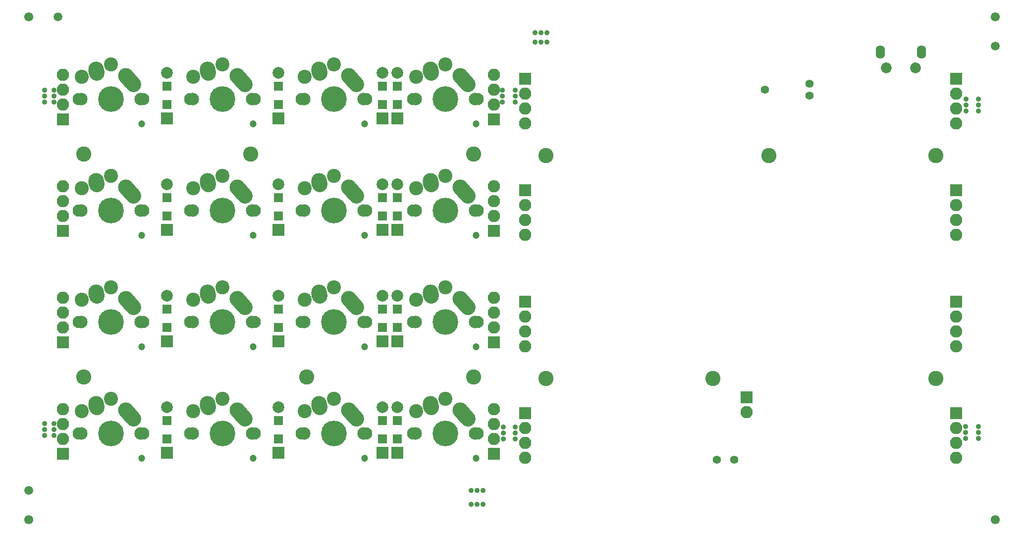
<source format=gbr>
G04 #@! TF.GenerationSoftware,KiCad,Pcbnew,(5.0.0)*
G04 #@! TF.CreationDate,2020-05-30T21:49:34-06:00*
G04 #@! TF.ProjectId,panel,70616E656C2E6B696361645F70636200,rev?*
G04 #@! TF.SameCoordinates,Original*
G04 #@! TF.FileFunction,Soldermask,Bot*
G04 #@! TF.FilePolarity,Negative*
%FSLAX46Y46*%
G04 Gerber Fmt 4.6, Leading zero omitted, Abs format (unit mm)*
G04 Created by KiCad (PCBNEW (5.0.0)) date 05/30/20 21:49:34*
%MOMM*%
%LPD*%
G01*
G04 APERTURE LIST*
%ADD10C,0.908000*%
%ADD11C,1.552000*%
%ADD12C,1.500000*%
%ADD13C,1.200000*%
%ADD14C,2.100000*%
%ADD15C,2.400000*%
%ADD16C,2.150000*%
%ADD17C,2.650000*%
%ADD18C,4.387800*%
%ADD19C,2.650000*%
%ADD20C,2.000000*%
%ADD21R,2.000000X2.000000*%
%ADD22R,1.600000X1.600000*%
%ADD23R,2.100000X2.100000*%
%ADD24O,2.100000X2.100000*%
%ADD25C,2.600000*%
%ADD26C,1.400000*%
%ADD27C,1.850000*%
%ADD28O,1.600000X2.300000*%
%ADD29C,1.390600*%
G04 APERTURE END LIST*
D10*
G04 #@! TO.C,REF\002A\002A*
X114100000Y-115800004D03*
X115116000Y-115800004D03*
X113084000Y-115800004D03*
G04 #@! TD*
G04 #@! TO.C,REF\002A\002A*
X115132000Y-113400000D03*
X113100000Y-113400000D03*
X114116000Y-113400000D03*
G04 #@! TD*
G04 #@! TO.C,REF\002A\002A*
X123984000Y-36800000D03*
X126016000Y-36800000D03*
X125000000Y-36800000D03*
G04 #@! TD*
G04 #@! TO.C,REF\002A\002A*
X125000000Y-35200000D03*
X123984000Y-35200000D03*
X126016000Y-35200000D03*
G04 #@! TD*
G04 #@! TO.C,REF\002A\002A*
X120598000Y-103600000D03*
X120598000Y-102584000D03*
X120598000Y-104616000D03*
G04 #@! TD*
G04 #@! TO.C,REF\002A\002A*
X118566000Y-102584000D03*
X118566000Y-104616000D03*
X118566000Y-103600000D03*
G04 #@! TD*
G04 #@! TO.C,REF\002A\002A*
X120598000Y-47018000D03*
X120598000Y-44986000D03*
X120598000Y-46002000D03*
G04 #@! TD*
G04 #@! TO.C,REF\002A\002A*
X118439000Y-46000000D03*
X118439000Y-47016000D03*
X118439000Y-44984000D03*
G04 #@! TD*
G04 #@! TO.C,REF\002A\002A*
X197633000Y-47500000D03*
X197633000Y-48516000D03*
X197633000Y-46484000D03*
G04 #@! TD*
G04 #@! TO.C,REF\002A\002A*
X197560000Y-102484000D03*
X197560000Y-104516000D03*
X197560000Y-103500000D03*
G04 #@! TD*
G04 #@! TO.C,REF\002A\002A*
X41800000Y-104016000D03*
X41800000Y-101984000D03*
X41800000Y-103000000D03*
G04 #@! TD*
G04 #@! TO.C,REF\002A\002A*
X41800000Y-46000000D03*
X41800000Y-44984000D03*
X41800000Y-47016000D03*
G04 #@! TD*
G04 #@! TO.C,REF\002A\002A*
X199800000Y-103500000D03*
X199800000Y-102484000D03*
X199800000Y-104516000D03*
G04 #@! TD*
G04 #@! TO.C,REF\002A\002A*
X199800000Y-48516000D03*
X199800000Y-46484000D03*
X199800000Y-47500000D03*
G04 #@! TD*
G04 #@! TO.C,REF\002A\002A*
X40200000Y-103000000D03*
X40200000Y-104016000D03*
X40200000Y-101984000D03*
G04 #@! TD*
D11*
G04 #@! TO.C,Ref\002A\002A*
X202640000Y-32500000D03*
G04 #@! TD*
G04 #@! TO.C,Ref\002A\002A*
X202640000Y-118400000D03*
G04 #@! TD*
G04 #@! TO.C,Ref\002A\002A*
X37500000Y-118400000D03*
G04 #@! TD*
D12*
G04 #@! TO.C,REF\002A\002A*
X37500000Y-113400000D03*
G04 #@! TD*
G04 #@! TO.C,REF\002A\002A*
X202640000Y-37500000D03*
G04 #@! TD*
G04 #@! TO.C,REF\002A\002A*
X42500000Y-32500000D03*
G04 #@! TD*
D11*
G04 #@! TO.C,Ref\002A\002A*
X37500000Y-32500000D03*
G04 #@! TD*
D10*
G04 #@! TO.C,REF\002A\002A*
X40200000Y-44984000D03*
X40200000Y-47016000D03*
X40200000Y-46000000D03*
G04 #@! TD*
D13*
G04 #@! TO.C,S16*
X113895000Y-50725000D03*
D14*
X103175000Y-46525000D03*
X114175000Y-46525000D03*
D15*
X108675000Y-40625000D03*
X103675000Y-42725000D03*
D16*
X103595000Y-46525000D03*
X113755000Y-46525000D03*
D17*
X111175000Y-42525000D03*
D18*
X108675000Y-46525000D03*
D17*
X111830005Y-43254996D03*
D19*
X112485000Y-43985000D02*
X111175010Y-42524992D01*
D17*
X106135000Y-41445000D03*
X106155229Y-41734984D03*
D19*
X106175000Y-42025000D02*
X106135458Y-41444968D01*
G04 #@! TD*
D20*
G04 #@! TO.C,D16*
X100420000Y-41990000D03*
D21*
X100420000Y-49790000D03*
D22*
X100420000Y-47465000D03*
X100420000Y-44315000D03*
G04 #@! TD*
D17*
G04 #@! TO.C,S7*
X87105229Y-79834984D03*
D19*
X87125000Y-80125000D02*
X87085458Y-79544968D01*
D17*
X87085000Y-79545000D03*
X92780005Y-81354996D03*
D19*
X93435000Y-82085000D02*
X92125010Y-80624992D01*
D18*
X89625000Y-84625000D03*
D17*
X92125000Y-80625000D03*
D16*
X94705000Y-84625000D03*
X84545000Y-84625000D03*
D15*
X84625000Y-80825000D03*
X89625000Y-78725000D03*
D14*
X95125000Y-84625000D03*
X84125000Y-84625000D03*
D13*
X94845000Y-88825000D03*
G04 #@! TD*
D20*
G04 #@! TO.C,D2*
X80100000Y-99140000D03*
D21*
X80100000Y-106940000D03*
D22*
X80100000Y-104615000D03*
X80100000Y-101465000D03*
G04 #@! TD*
D23*
G04 #@! TO.C,J1*
X43270000Y-107167500D03*
D24*
X43270000Y-104627500D03*
X43270000Y-102087500D03*
X43270000Y-99547500D03*
G04 #@! TD*
G04 #@! TO.C,J2*
X43270000Y-80497500D03*
X43270000Y-83037500D03*
X43270000Y-85577500D03*
D23*
X43270000Y-88117500D03*
G04 #@! TD*
G04 #@! TO.C,J3*
X43270000Y-69067500D03*
D24*
X43270000Y-66527500D03*
X43270000Y-63987500D03*
X43270000Y-61447500D03*
G04 #@! TD*
G04 #@! TO.C,J4*
X43270000Y-42397500D03*
X43270000Y-44937500D03*
X43270000Y-47477500D03*
D23*
X43270000Y-50017500D03*
G04 #@! TD*
G04 #@! TO.C,J5*
X116930000Y-107167500D03*
D24*
X116930000Y-104627500D03*
X116930000Y-102087500D03*
X116930000Y-99547500D03*
G04 #@! TD*
G04 #@! TO.C,J6*
X116930000Y-80497500D03*
X116930000Y-83037500D03*
X116930000Y-85577500D03*
D23*
X116930000Y-88117500D03*
G04 #@! TD*
G04 #@! TO.C,J7*
X116930000Y-69067500D03*
D24*
X116930000Y-66527500D03*
X116930000Y-63987500D03*
X116930000Y-61447500D03*
G04 #@! TD*
G04 #@! TO.C,J8*
X116930000Y-42397500D03*
X116930000Y-44937500D03*
X116930000Y-47477500D03*
D23*
X116930000Y-50017500D03*
G04 #@! TD*
D25*
G04 #@! TO.C,J11*
X46826000Y-55923000D03*
G04 #@! TD*
G04 #@! TO.C,J12*
X113501000Y-94023000D03*
G04 #@! TD*
G04 #@! TO.C,J13*
X113501000Y-55923000D03*
G04 #@! TD*
G04 #@! TO.C,J14*
X75401000Y-55923000D03*
G04 #@! TD*
G04 #@! TO.C,J15*
X84926000Y-94023000D03*
G04 #@! TD*
G04 #@! TO.C,J16*
X46826000Y-94023000D03*
G04 #@! TD*
D20*
G04 #@! TO.C,D1*
X61050000Y-99140000D03*
D21*
X61050000Y-106940000D03*
D22*
X61050000Y-104615000D03*
X61050000Y-101465000D03*
G04 #@! TD*
G04 #@! TO.C,D3*
X97880000Y-101465000D03*
X97880000Y-104615000D03*
D21*
X97880000Y-106940000D03*
D20*
X97880000Y-99140000D03*
G04 #@! TD*
D22*
G04 #@! TO.C,D4*
X100420000Y-101465000D03*
X100420000Y-104615000D03*
D21*
X100420000Y-106940000D03*
D20*
X100420000Y-99140000D03*
G04 #@! TD*
G04 #@! TO.C,D5*
X61050000Y-80090000D03*
D21*
X61050000Y-87890000D03*
D22*
X61050000Y-85565000D03*
X61050000Y-82415000D03*
G04 #@! TD*
G04 #@! TO.C,D6*
X80100000Y-82415000D03*
X80100000Y-85565000D03*
D21*
X80100000Y-87890000D03*
D20*
X80100000Y-80090000D03*
G04 #@! TD*
G04 #@! TO.C,D7*
X97880000Y-80090000D03*
D21*
X97880000Y-87890000D03*
D22*
X97880000Y-85565000D03*
X97880000Y-82415000D03*
G04 #@! TD*
G04 #@! TO.C,D8*
X100420000Y-82415000D03*
X100420000Y-85565000D03*
D21*
X100420000Y-87890000D03*
D20*
X100420000Y-80090000D03*
G04 #@! TD*
D22*
G04 #@! TO.C,D9*
X61050000Y-63365000D03*
X61050000Y-66515000D03*
D21*
X61050000Y-68840000D03*
D20*
X61050000Y-61040000D03*
G04 #@! TD*
G04 #@! TO.C,D10*
X80100000Y-61040000D03*
D21*
X80100000Y-68840000D03*
D22*
X80100000Y-66515000D03*
X80100000Y-63365000D03*
G04 #@! TD*
G04 #@! TO.C,D11*
X97880000Y-63365000D03*
X97880000Y-66515000D03*
D21*
X97880000Y-68840000D03*
D20*
X97880000Y-61040000D03*
G04 #@! TD*
G04 #@! TO.C,D12*
X100420000Y-61040000D03*
D21*
X100420000Y-68840000D03*
D22*
X100420000Y-66515000D03*
X100420000Y-63365000D03*
G04 #@! TD*
D20*
G04 #@! TO.C,D13*
X61050000Y-41990000D03*
D21*
X61050000Y-49790000D03*
D22*
X61050000Y-47465000D03*
X61050000Y-44315000D03*
G04 #@! TD*
G04 #@! TO.C,D14*
X80100000Y-44315000D03*
X80100000Y-47465000D03*
D21*
X80100000Y-49790000D03*
D20*
X80100000Y-41990000D03*
G04 #@! TD*
D22*
G04 #@! TO.C,D15*
X97880000Y-44315000D03*
X97880000Y-47465000D03*
D21*
X97880000Y-49790000D03*
D20*
X97880000Y-41990000D03*
G04 #@! TD*
D17*
G04 #@! TO.C,S1*
X49005229Y-98884984D03*
D19*
X49025000Y-99175000D02*
X48985458Y-98594968D01*
D17*
X48985000Y-98595000D03*
X54680005Y-100404996D03*
D19*
X55335000Y-101135000D02*
X54025010Y-99674992D01*
D18*
X51525000Y-103675000D03*
D17*
X54025000Y-99675000D03*
D16*
X56605000Y-103675000D03*
X46445000Y-103675000D03*
D15*
X46525000Y-99875000D03*
X51525000Y-97775000D03*
D14*
X57025000Y-103675000D03*
X46025000Y-103675000D03*
D13*
X56745000Y-107875000D03*
G04 #@! TD*
G04 #@! TO.C,S2*
X75795000Y-107875000D03*
D14*
X65075000Y-103675000D03*
X76075000Y-103675000D03*
D15*
X70575000Y-97775000D03*
X65575000Y-99875000D03*
D16*
X65495000Y-103675000D03*
X75655000Y-103675000D03*
D17*
X73075000Y-99675000D03*
D18*
X70575000Y-103675000D03*
D17*
X73730005Y-100404996D03*
D19*
X74385000Y-101135000D02*
X73075010Y-99674992D01*
D17*
X68035000Y-98595000D03*
X68055229Y-98884984D03*
D19*
X68075000Y-99175000D02*
X68035458Y-98594968D01*
G04 #@! TD*
D17*
G04 #@! TO.C,S3*
X87105229Y-98884984D03*
D19*
X87125000Y-99175000D02*
X87085458Y-98594968D01*
D17*
X87085000Y-98595000D03*
X92780005Y-100404996D03*
D19*
X93435000Y-101135000D02*
X92125010Y-99674992D01*
D18*
X89625000Y-103675000D03*
D17*
X92125000Y-99675000D03*
D16*
X94705000Y-103675000D03*
X84545000Y-103675000D03*
D15*
X84625000Y-99875000D03*
X89625000Y-97775000D03*
D14*
X95125000Y-103675000D03*
X84125000Y-103675000D03*
D13*
X94845000Y-107875000D03*
G04 #@! TD*
G04 #@! TO.C,S4*
X113895000Y-107875000D03*
D14*
X103175000Y-103675000D03*
X114175000Y-103675000D03*
D15*
X108675000Y-97775000D03*
X103675000Y-99875000D03*
D16*
X103595000Y-103675000D03*
X113755000Y-103675000D03*
D17*
X111175000Y-99675000D03*
D18*
X108675000Y-103675000D03*
D17*
X111830005Y-100404996D03*
D19*
X112485000Y-101135000D02*
X111175010Y-99674992D01*
D17*
X106135000Y-98595000D03*
X106155229Y-98884984D03*
D19*
X106175000Y-99175000D02*
X106135458Y-98594968D01*
G04 #@! TD*
D13*
G04 #@! TO.C,S5*
X56745000Y-88825000D03*
D14*
X46025000Y-84625000D03*
X57025000Y-84625000D03*
D15*
X51525000Y-78725000D03*
X46525000Y-80825000D03*
D16*
X46445000Y-84625000D03*
X56605000Y-84625000D03*
D17*
X54025000Y-80625000D03*
D18*
X51525000Y-84625000D03*
D17*
X54680005Y-81354996D03*
D19*
X55335000Y-82085000D02*
X54025010Y-80624992D01*
D17*
X48985000Y-79545000D03*
X49005229Y-79834984D03*
D19*
X49025000Y-80125000D02*
X48985458Y-79544968D01*
G04 #@! TD*
D17*
G04 #@! TO.C,S6*
X68055229Y-79834984D03*
D19*
X68075000Y-80125000D02*
X68035458Y-79544968D01*
D17*
X68035000Y-79545000D03*
X73730005Y-81354996D03*
D19*
X74385000Y-82085000D02*
X73075010Y-80624992D01*
D18*
X70575000Y-84625000D03*
D17*
X73075000Y-80625000D03*
D16*
X75655000Y-84625000D03*
X65495000Y-84625000D03*
D15*
X65575000Y-80825000D03*
X70575000Y-78725000D03*
D14*
X76075000Y-84625000D03*
X65075000Y-84625000D03*
D13*
X75795000Y-88825000D03*
G04 #@! TD*
G04 #@! TO.C,S8*
X113895000Y-88825000D03*
D14*
X103175000Y-84625000D03*
X114175000Y-84625000D03*
D15*
X108675000Y-78725000D03*
X103675000Y-80825000D03*
D16*
X103595000Y-84625000D03*
X113755000Y-84625000D03*
D17*
X111175000Y-80625000D03*
D18*
X108675000Y-84625000D03*
D17*
X111830005Y-81354996D03*
D19*
X112485000Y-82085000D02*
X111175010Y-80624992D01*
D17*
X106135000Y-79545000D03*
X106155229Y-79834984D03*
D19*
X106175000Y-80125000D02*
X106135458Y-79544968D01*
G04 #@! TD*
D13*
G04 #@! TO.C,S9*
X56745000Y-69775000D03*
D14*
X46025000Y-65575000D03*
X57025000Y-65575000D03*
D15*
X51525000Y-59675000D03*
X46525000Y-61775000D03*
D16*
X46445000Y-65575000D03*
X56605000Y-65575000D03*
D17*
X54025000Y-61575000D03*
D18*
X51525000Y-65575000D03*
D17*
X54680005Y-62304996D03*
D19*
X55335000Y-63035000D02*
X54025010Y-61574992D01*
D17*
X48985000Y-60495000D03*
X49005229Y-60784984D03*
D19*
X49025000Y-61075000D02*
X48985458Y-60494968D01*
G04 #@! TD*
D17*
G04 #@! TO.C,S10*
X68055229Y-60784984D03*
D19*
X68075000Y-61075000D02*
X68035458Y-60494968D01*
D17*
X68035000Y-60495000D03*
X73730005Y-62304996D03*
D19*
X74385000Y-63035000D02*
X73075010Y-61574992D01*
D18*
X70575000Y-65575000D03*
D17*
X73075000Y-61575000D03*
D16*
X75655000Y-65575000D03*
X65495000Y-65575000D03*
D15*
X65575000Y-61775000D03*
X70575000Y-59675000D03*
D14*
X76075000Y-65575000D03*
X65075000Y-65575000D03*
D13*
X75795000Y-69775000D03*
G04 #@! TD*
D17*
G04 #@! TO.C,S11*
X87105229Y-60784984D03*
D19*
X87125000Y-61075000D02*
X87085458Y-60494968D01*
D17*
X87085000Y-60495000D03*
X92780005Y-62304996D03*
D19*
X93435000Y-63035000D02*
X92125010Y-61574992D01*
D18*
X89625000Y-65575000D03*
D17*
X92125000Y-61575000D03*
D16*
X94705000Y-65575000D03*
X84545000Y-65575000D03*
D15*
X84625000Y-61775000D03*
X89625000Y-59675000D03*
D14*
X95125000Y-65575000D03*
X84125000Y-65575000D03*
D13*
X94845000Y-69775000D03*
G04 #@! TD*
D17*
G04 #@! TO.C,S12*
X106155229Y-60784984D03*
D19*
X106175000Y-61075000D02*
X106135458Y-60494968D01*
D17*
X106135000Y-60495000D03*
X111830005Y-62304996D03*
D19*
X112485000Y-63035000D02*
X111175010Y-61574992D01*
D18*
X108675000Y-65575000D03*
D17*
X111175000Y-61575000D03*
D16*
X113755000Y-65575000D03*
X103595000Y-65575000D03*
D15*
X103675000Y-61775000D03*
X108675000Y-59675000D03*
D14*
X114175000Y-65575000D03*
X103175000Y-65575000D03*
D13*
X113895000Y-69775000D03*
G04 #@! TD*
G04 #@! TO.C,S13*
X56745000Y-50725000D03*
D14*
X46025000Y-46525000D03*
X57025000Y-46525000D03*
D15*
X51525000Y-40625000D03*
X46525000Y-42725000D03*
D16*
X46445000Y-46525000D03*
X56605000Y-46525000D03*
D17*
X54025000Y-42525000D03*
D18*
X51525000Y-46525000D03*
D17*
X54680005Y-43254996D03*
D19*
X55335000Y-43985000D02*
X54025010Y-42524992D01*
D17*
X48985000Y-41445000D03*
X49005229Y-41734984D03*
D19*
X49025000Y-42025000D02*
X48985458Y-41444968D01*
G04 #@! TD*
D13*
G04 #@! TO.C,S14*
X75795000Y-50725000D03*
D14*
X65075000Y-46525000D03*
X76075000Y-46525000D03*
D15*
X70575000Y-40625000D03*
X65575000Y-42725000D03*
D16*
X65495000Y-46525000D03*
X75655000Y-46525000D03*
D17*
X73075000Y-42525000D03*
D18*
X70575000Y-46525000D03*
D17*
X73730005Y-43254996D03*
D19*
X74385000Y-43985000D02*
X73075010Y-42524992D01*
D17*
X68035000Y-41445000D03*
X68055229Y-41734984D03*
D19*
X68075000Y-42025000D02*
X68035458Y-41444968D01*
G04 #@! TD*
D17*
G04 #@! TO.C,S15*
X87105229Y-41734984D03*
D19*
X87125000Y-42025000D02*
X87085458Y-41444968D01*
D17*
X87085000Y-41445000D03*
X92780005Y-43254996D03*
D19*
X93435000Y-43985000D02*
X92125010Y-42524992D01*
D18*
X89625000Y-46525000D03*
D17*
X92125000Y-42525000D03*
D16*
X94705000Y-46525000D03*
X84545000Y-46525000D03*
D15*
X84625000Y-42725000D03*
X89625000Y-40625000D03*
D14*
X95125000Y-46525000D03*
X84125000Y-46525000D03*
D13*
X94845000Y-50725000D03*
G04 #@! TD*
D23*
G04 #@! TO.C,J1*
X122270000Y-43032500D03*
D24*
X122270000Y-45572500D03*
X122270000Y-48112500D03*
X122270000Y-50652500D03*
G04 #@! TD*
G04 #@! TO.C,J2*
X122270000Y-69702500D03*
X122270000Y-67162500D03*
X122270000Y-64622500D03*
D23*
X122270000Y-62082500D03*
G04 #@! TD*
G04 #@! TO.C,J3*
X122270000Y-81132500D03*
D24*
X122270000Y-83672500D03*
X122270000Y-86212500D03*
X122270000Y-88752500D03*
G04 #@! TD*
G04 #@! TO.C,J4*
X122270000Y-107802500D03*
X122270000Y-105262500D03*
X122270000Y-102722500D03*
D23*
X122270000Y-100182500D03*
G04 #@! TD*
G04 #@! TO.C,J5*
X195930000Y-43032500D03*
D24*
X195930000Y-45572500D03*
X195930000Y-48112500D03*
X195930000Y-50652500D03*
G04 #@! TD*
G04 #@! TO.C,J6*
X195930000Y-69702500D03*
X195930000Y-67162500D03*
X195930000Y-64622500D03*
D23*
X195930000Y-62082500D03*
G04 #@! TD*
G04 #@! TO.C,J7*
X195930000Y-81132500D03*
D24*
X195930000Y-83672500D03*
X195930000Y-86212500D03*
X195930000Y-88752500D03*
G04 #@! TD*
G04 #@! TO.C,J8*
X195930000Y-107802500D03*
X195930000Y-105262500D03*
X195930000Y-102722500D03*
D23*
X195930000Y-100182500D03*
G04 #@! TD*
D25*
G04 #@! TO.C,J11*
X125826000Y-94277000D03*
G04 #@! TD*
G04 #@! TO.C,J12*
X192501000Y-56177000D03*
G04 #@! TD*
G04 #@! TO.C,J13*
X192501000Y-94277000D03*
G04 #@! TD*
G04 #@! TO.C,J14*
X154401000Y-94277000D03*
G04 #@! TD*
G04 #@! TO.C,J15*
X163926000Y-56177000D03*
G04 #@! TD*
G04 #@! TO.C,J16*
X125826000Y-56177000D03*
G04 #@! TD*
D26*
G04 #@! TO.C,SW1*
X155060000Y-108120000D03*
X158060000Y-108120000D03*
G04 #@! TD*
D27*
G04 #@! TO.C,J17*
X189006600Y-41154900D03*
X184006600Y-41154900D03*
D28*
X190006600Y-38454900D03*
X183006600Y-38454900D03*
G04 #@! TD*
D23*
G04 #@! TO.C,J10*
X160116000Y-97452000D03*
D24*
X160116000Y-99992000D03*
G04 #@! TD*
D29*
G04 #@! TO.C,J9*
X170910997Y-43858002D03*
X170910997Y-45890002D03*
X163290997Y-44874002D03*
G04 #@! TD*
M02*

</source>
